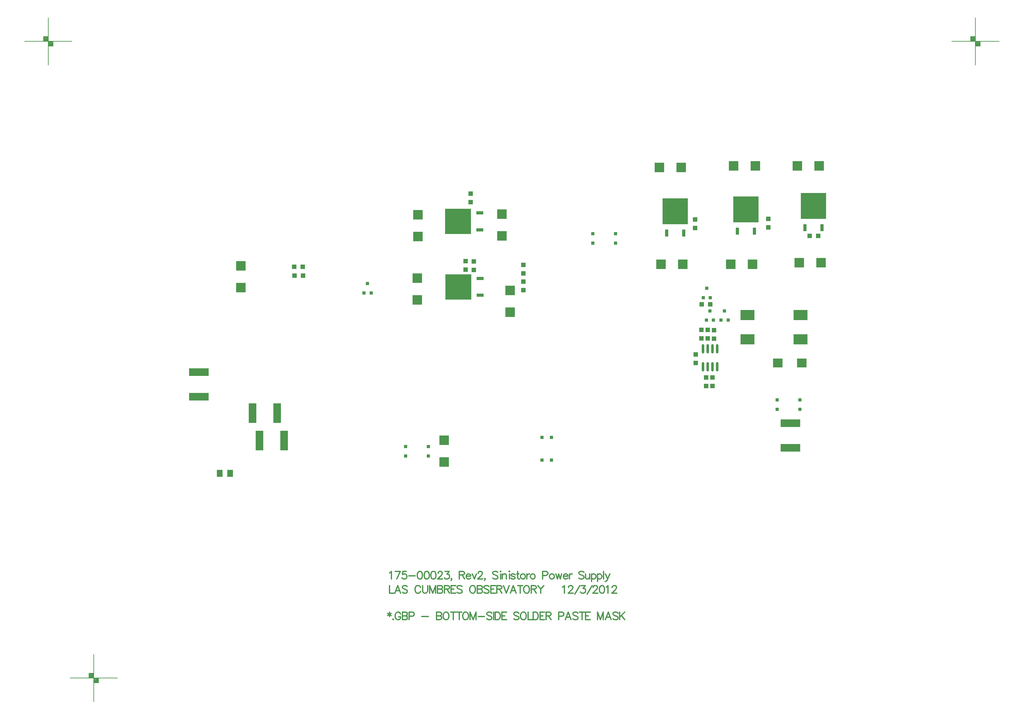
<source format=gbp>
%FSLAX23Y23*%
%MOIN*%
G70*
G01*
G75*
G04 Layer_Color=128*
%ADD10R,0.209X0.079*%
%ADD11R,0.050X0.050*%
%ADD12R,0.036X0.036*%
%ADD13R,0.059X0.039*%
%ADD14O,0.014X0.067*%
%ADD15O,0.024X0.079*%
%ADD16C,0.050*%
%ADD17C,0.010*%
%ADD18C,0.100*%
%ADD19C,0.025*%
%ADD20C,0.007*%
%ADD21C,0.012*%
%ADD22C,0.008*%
%ADD23C,0.012*%
%ADD24C,0.012*%
%ADD25C,0.020*%
%ADD26C,0.080*%
%ADD27R,0.059X0.059*%
%ADD28C,0.059*%
%ADD29C,0.065*%
%ADD30R,0.079X0.079*%
%ADD31C,0.079*%
%ADD32R,0.100X0.100*%
%ADD33C,0.100*%
%ADD34C,0.070*%
%ADD35R,0.100X0.100*%
%ADD36R,0.059X0.059*%
%ADD37R,0.079X0.079*%
%ADD38C,0.110*%
%ADD39R,0.110X0.110*%
%ADD40C,0.120*%
%ADD41R,0.120X0.120*%
%ADD42C,0.157*%
%ADD43C,0.024*%
%ADD44C,0.050*%
%ADD45C,0.020*%
%ADD46C,0.040*%
%ADD47C,0.005*%
%ADD48C,0.030*%
G04:AMPARAMS|DCode=49|XSize=112mil|YSize=112mil|CornerRadius=0mil|HoleSize=0mil|Usage=FLASHONLY|Rotation=0.000|XOffset=0mil|YOffset=0mil|HoleType=Round|Shape=Relief|Width=10mil|Gap=10mil|Entries=4|*
%AMTHD49*
7,0,0,0.112,0.092,0.010,45*
%
%ADD49THD49*%
%ADD50C,0.072*%
%ADD51C,0.055*%
G04:AMPARAMS|DCode=52|XSize=95.433mil|YSize=95.433mil|CornerRadius=0mil|HoleSize=0mil|Usage=FLASHONLY|Rotation=0.000|XOffset=0mil|YOffset=0mil|HoleType=Round|Shape=Relief|Width=10mil|Gap=10mil|Entries=4|*
%AMTHD52*
7,0,0,0.095,0.075,0.010,45*
%
%ADD52THD52*%
%ADD53C,0.170*%
%ADD54C,0.060*%
%ADD55C,0.067*%
G04:AMPARAMS|DCode=56|XSize=107.244mil|YSize=107.244mil|CornerRadius=0mil|HoleSize=0mil|Usage=FLASHONLY|Rotation=0.000|XOffset=0mil|YOffset=0mil|HoleType=Round|Shape=Relief|Width=10mil|Gap=10mil|Entries=4|*
%AMTHD56*
7,0,0,0.107,0.087,0.010,45*
%
%ADD56THD56*%
G04:AMPARAMS|DCode=57|XSize=120mil|YSize=120mil|CornerRadius=0mil|HoleSize=0mil|Usage=FLASHONLY|Rotation=0.000|XOffset=0mil|YOffset=0mil|HoleType=Round|Shape=Relief|Width=10mil|Gap=10mil|Entries=4|*
%AMTHD57*
7,0,0,0.120,0.100,0.010,45*
%
%ADD57THD57*%
G04:AMPARAMS|DCode=58|XSize=100mil|YSize=100mil|CornerRadius=0mil|HoleSize=0mil|Usage=FLASHONLY|Rotation=0.000|XOffset=0mil|YOffset=0mil|HoleType=Round|Shape=Relief|Width=10mil|Gap=10mil|Entries=4|*
%AMTHD58*
7,0,0,0.100,0.080,0.010,45*
%
%ADD58THD58*%
%ADD59C,0.059*%
%ADD60C,0.091*%
%ADD61C,0.090*%
%ADD62C,0.186*%
G04:AMPARAMS|DCode=63|XSize=88mil|YSize=88mil|CornerRadius=0mil|HoleSize=0mil|Usage=FLASHONLY|Rotation=0.000|XOffset=0mil|YOffset=0mil|HoleType=Round|Shape=Relief|Width=10mil|Gap=10mil|Entries=4|*
%AMTHD63*
7,0,0,0.088,0.068,0.010,45*
%
%ADD63THD63*%
%ADD64C,0.048*%
G04:AMPARAMS|DCode=65|XSize=70mil|YSize=70mil|CornerRadius=0mil|HoleSize=0mil|Usage=FLASHONLY|Rotation=0.000|XOffset=0mil|YOffset=0mil|HoleType=Round|Shape=Relief|Width=10mil|Gap=10mil|Entries=4|*
%AMTHD65*
7,0,0,0.070,0.050,0.010,45*
%
%ADD65THD65*%
%ADD66R,0.063X0.075*%
%ADD67R,0.079X0.209*%
%ADD68R,0.102X0.094*%
%ADD69R,0.268X0.272*%
%ADD70R,0.037X0.075*%
%ADD71R,0.150X0.106*%
%ADD72R,0.050X0.050*%
%ADD73R,0.036X0.032*%
%ADD74R,0.035X0.037*%
%ADD75R,0.035X0.037*%
%ADD76R,0.032X0.036*%
%ADD77R,0.272X0.268*%
%ADD78R,0.075X0.037*%
%ADD79O,0.028X0.098*%
%ADD80C,0.020*%
%ADD81C,0.010*%
%ADD82C,0.024*%
%ADD83C,0.010*%
%ADD84C,0.008*%
%ADD85C,0.030*%
%ADD86C,0.006*%
%ADD87C,0.007*%
%ADD88C,0.015*%
%ADD89R,0.043X0.008*%
%ADD90R,0.257X0.184*%
%ADD91R,0.213X0.083*%
%ADD92R,0.054X0.054*%
%ADD93R,0.040X0.040*%
%ADD94R,0.063X0.043*%
%ADD95O,0.018X0.071*%
%ADD96O,0.028X0.083*%
%ADD97C,0.084*%
%ADD98R,0.063X0.063*%
%ADD99C,0.063*%
%ADD100C,0.069*%
%ADD101R,0.083X0.083*%
%ADD102C,0.083*%
%ADD103R,0.104X0.104*%
%ADD104C,0.104*%
%ADD105C,0.074*%
%ADD106R,0.104X0.104*%
%ADD107R,0.063X0.063*%
%ADD108R,0.083X0.083*%
%ADD109C,0.114*%
%ADD110R,0.114X0.114*%
%ADD111C,0.124*%
%ADD112R,0.124X0.124*%
%ADD113C,0.161*%
%ADD114C,0.028*%
%ADD115C,0.054*%
%ADD116R,2.247X0.329*%
%ADD117R,0.067X0.079*%
%ADD118R,0.083X0.213*%
%ADD119R,0.106X0.098*%
%ADD120R,0.272X0.276*%
%ADD121R,0.041X0.079*%
%ADD122R,0.154X0.110*%
%ADD123R,0.054X0.054*%
%ADD124R,0.040X0.036*%
%ADD125R,0.039X0.041*%
%ADD126R,0.039X0.041*%
%ADD127R,0.036X0.040*%
%ADD128R,0.276X0.272*%
%ADD129R,0.079X0.041*%
%ADD130O,0.032X0.102*%
D10*
X24191Y16497D02*
D03*
Y16237D02*
D03*
X17943Y17038D02*
D03*
Y16778D02*
D03*
D11*
X23367Y16891D02*
D03*
Y16981D02*
D03*
X23300D02*
D03*
Y16891D02*
D03*
X23316Y17392D02*
D03*
Y17482D02*
D03*
X23191Y17225D02*
D03*
Y17135D02*
D03*
X23185Y18561D02*
D03*
Y18651D02*
D03*
X23956Y18568D02*
D03*
Y18658D02*
D03*
X20813Y18833D02*
D03*
Y18923D02*
D03*
X23383Y17481D02*
D03*
Y17391D02*
D03*
X23250Y17392D02*
D03*
Y17482D02*
D03*
X20759Y18119D02*
D03*
Y18209D02*
D03*
X21369Y17992D02*
D03*
Y17902D02*
D03*
X20847Y18208D02*
D03*
Y18118D02*
D03*
X21370Y18170D02*
D03*
Y18080D02*
D03*
D22*
X25895Y20535D02*
X26395D01*
X26145Y20285D02*
Y20785D01*
X26095Y20535D02*
Y20585D01*
X26145D01*
X26195Y20485D02*
Y20535D01*
X26145Y20485D02*
X26195D01*
X26150Y20530D02*
X26190D01*
Y20490D02*
Y20530D01*
X26150Y20490D02*
X26190D01*
X26150D02*
Y20530D01*
X26155Y20525D02*
X26185D01*
Y20495D02*
Y20525D01*
X26155Y20495D02*
X26185D01*
X26155D02*
Y20520D01*
X26160D02*
X26180D01*
Y20500D02*
Y20520D01*
X26160Y20500D02*
X26180D01*
X26160D02*
Y20515D01*
X26165D02*
X26175D01*
Y20505D02*
Y20515D01*
X26165Y20505D02*
X26175D01*
X26165D02*
Y20515D01*
Y20510D02*
X26175D01*
X26100Y20580D02*
X26140D01*
Y20540D02*
Y20580D01*
X26100Y20540D02*
X26140D01*
X26100D02*
Y20580D01*
X26105Y20575D02*
X26135D01*
Y20545D02*
Y20575D01*
X26105Y20545D02*
X26135D01*
X26105D02*
Y20570D01*
X26110D02*
X26130D01*
Y20550D02*
Y20570D01*
X26110Y20550D02*
X26130D01*
X26110D02*
Y20565D01*
X26115D02*
X26125D01*
Y20555D02*
Y20565D01*
X26115Y20555D02*
X26125D01*
X26115D02*
Y20565D01*
Y20560D02*
X26125D01*
X16105Y20535D02*
X16605D01*
X16355Y20285D02*
Y20785D01*
X16305Y20535D02*
Y20585D01*
X16355D01*
X16405Y20485D02*
Y20535D01*
X16355Y20485D02*
X16405D01*
X16360Y20530D02*
X16400D01*
Y20490D02*
Y20530D01*
X16360Y20490D02*
X16400D01*
X16360D02*
Y20530D01*
X16365Y20525D02*
X16395D01*
Y20495D02*
Y20525D01*
X16365Y20495D02*
X16395D01*
X16365D02*
Y20520D01*
X16370D02*
X16390D01*
Y20500D02*
Y20520D01*
X16370Y20500D02*
X16390D01*
X16370D02*
Y20515D01*
X16375D02*
X16385D01*
Y20505D02*
Y20515D01*
X16375Y20505D02*
X16385D01*
X16375D02*
Y20515D01*
Y20510D02*
X16385D01*
X16310Y20580D02*
X16350D01*
Y20540D02*
Y20580D01*
X16310Y20540D02*
X16350D01*
X16310D02*
Y20580D01*
X16315Y20575D02*
X16345D01*
Y20545D02*
Y20575D01*
X16315Y20545D02*
X16345D01*
X16315D02*
Y20570D01*
X16320D02*
X16340D01*
Y20550D02*
Y20570D01*
X16320Y20550D02*
X16340D01*
X16320D02*
Y20565D01*
X16325D02*
X16335D01*
Y20555D02*
Y20565D01*
X16325Y20555D02*
X16335D01*
X16325D02*
Y20565D01*
Y20560D02*
X16335D01*
X16582Y13805D02*
X17082D01*
X16832Y13555D02*
Y14055D01*
X16782Y13805D02*
Y13855D01*
X16832D01*
X16882Y13755D02*
Y13805D01*
X16832Y13755D02*
X16882D01*
X16837Y13800D02*
X16877D01*
Y13760D02*
Y13800D01*
X16837Y13760D02*
X16877D01*
X16837D02*
Y13800D01*
X16842Y13795D02*
X16872D01*
Y13765D02*
Y13795D01*
X16842Y13765D02*
X16872D01*
X16842D02*
Y13790D01*
X16847D02*
X16867D01*
Y13770D02*
Y13790D01*
X16847Y13770D02*
X16867D01*
X16847D02*
Y13785D01*
X16852D02*
X16862D01*
Y13775D02*
Y13785D01*
X16852Y13775D02*
X16862D01*
X16852D02*
Y13785D01*
Y13780D02*
X16862D01*
X16787Y13850D02*
X16827D01*
Y13810D02*
Y13850D01*
X16787Y13810D02*
X16827D01*
X16787D02*
Y13850D01*
X16792Y13845D02*
X16822D01*
Y13815D02*
Y13845D01*
X16792Y13815D02*
X16822D01*
X16792D02*
Y13840D01*
X16797D02*
X16817D01*
Y13820D02*
Y13840D01*
X16797Y13820D02*
X16817D01*
X16797D02*
Y13835D01*
X16802D02*
X16812D01*
Y13825D02*
Y13835D01*
X16802Y13825D02*
X16812D01*
X16802D02*
Y13835D01*
Y13830D02*
X16812D01*
D23*
X19958Y14780D02*
Y14700D01*
X20004D01*
X20073D02*
X20043Y14780D01*
X20013Y14700D01*
X20024Y14727D02*
X20062D01*
X20145Y14769D02*
X20138Y14776D01*
X20126Y14780D01*
X20111D01*
X20100Y14776D01*
X20092Y14769D01*
Y14761D01*
X20096Y14753D01*
X20100Y14750D01*
X20107Y14746D01*
X20130Y14738D01*
X20138Y14734D01*
X20142Y14731D01*
X20145Y14723D01*
Y14711D01*
X20138Y14704D01*
X20126Y14700D01*
X20111D01*
X20100Y14704D01*
X20092Y14711D01*
X20283Y14761D02*
X20280Y14769D01*
X20272Y14776D01*
X20264Y14780D01*
X20249D01*
X20241Y14776D01*
X20234Y14769D01*
X20230Y14761D01*
X20226Y14750D01*
Y14731D01*
X20230Y14719D01*
X20234Y14711D01*
X20241Y14704D01*
X20249Y14700D01*
X20264D01*
X20272Y14704D01*
X20280Y14711D01*
X20283Y14719D01*
X20306Y14780D02*
Y14723D01*
X20310Y14711D01*
X20317Y14704D01*
X20329Y14700D01*
X20336D01*
X20348Y14704D01*
X20355Y14711D01*
X20359Y14723D01*
Y14780D01*
X20381D02*
Y14700D01*
Y14780D02*
X20412Y14700D01*
X20442Y14780D02*
X20412Y14700D01*
X20442Y14780D02*
Y14700D01*
X20465Y14780D02*
Y14700D01*
Y14780D02*
X20499D01*
X20511Y14776D01*
X20515Y14772D01*
X20518Y14765D01*
Y14757D01*
X20515Y14750D01*
X20511Y14746D01*
X20499Y14742D01*
X20465D02*
X20499D01*
X20511Y14738D01*
X20515Y14734D01*
X20518Y14727D01*
Y14715D01*
X20515Y14708D01*
X20511Y14704D01*
X20499Y14700D01*
X20465D01*
X20536Y14780D02*
Y14700D01*
Y14780D02*
X20570D01*
X20582Y14776D01*
X20586Y14772D01*
X20590Y14765D01*
Y14757D01*
X20586Y14750D01*
X20582Y14746D01*
X20570Y14742D01*
X20536D01*
X20563D02*
X20590Y14700D01*
X20657Y14780D02*
X20607D01*
Y14700D01*
X20657D01*
X20607Y14742D02*
X20638D01*
X20724Y14769D02*
X20716Y14776D01*
X20705Y14780D01*
X20689D01*
X20678Y14776D01*
X20670Y14769D01*
Y14761D01*
X20674Y14753D01*
X20678Y14750D01*
X20686Y14746D01*
X20708Y14738D01*
X20716Y14734D01*
X20720Y14731D01*
X20724Y14723D01*
Y14711D01*
X20716Y14704D01*
X20705Y14700D01*
X20689D01*
X20678Y14704D01*
X20670Y14711D01*
X20827Y14780D02*
X20820Y14776D01*
X20812Y14769D01*
X20808Y14761D01*
X20804Y14750D01*
Y14731D01*
X20808Y14719D01*
X20812Y14711D01*
X20820Y14704D01*
X20827Y14700D01*
X20842D01*
X20850Y14704D01*
X20858Y14711D01*
X20861Y14719D01*
X20865Y14731D01*
Y14750D01*
X20861Y14761D01*
X20858Y14769D01*
X20850Y14776D01*
X20842Y14780D01*
X20827D01*
X20884D02*
Y14700D01*
Y14780D02*
X20918D01*
X20930Y14776D01*
X20933Y14772D01*
X20937Y14765D01*
Y14757D01*
X20933Y14750D01*
X20930Y14746D01*
X20918Y14742D01*
X20884D02*
X20918D01*
X20930Y14738D01*
X20933Y14734D01*
X20937Y14727D01*
Y14715D01*
X20933Y14708D01*
X20930Y14704D01*
X20918Y14700D01*
X20884D01*
X21008Y14769D02*
X21001Y14776D01*
X20989Y14780D01*
X20974D01*
X20963Y14776D01*
X20955Y14769D01*
Y14761D01*
X20959Y14753D01*
X20963Y14750D01*
X20970Y14746D01*
X20993Y14738D01*
X21001Y14734D01*
X21005Y14731D01*
X21008Y14723D01*
Y14711D01*
X21001Y14704D01*
X20989Y14700D01*
X20974D01*
X20963Y14704D01*
X20955Y14711D01*
X21076Y14780D02*
X21026D01*
Y14700D01*
X21076D01*
X21026Y14742D02*
X21057D01*
X21089Y14780D02*
Y14700D01*
Y14780D02*
X21124D01*
X21135Y14776D01*
X21139Y14772D01*
X21143Y14765D01*
Y14757D01*
X21139Y14750D01*
X21135Y14746D01*
X21124Y14742D01*
X21089D01*
X21116D02*
X21143Y14700D01*
X21160Y14780D02*
X21191Y14700D01*
X21221Y14780D02*
X21191Y14700D01*
X21293D02*
X21262Y14780D01*
X21232Y14700D01*
X21243Y14727D02*
X21281D01*
X21338Y14780D02*
Y14700D01*
X21311Y14780D02*
X21365D01*
X21397D02*
X21389Y14776D01*
X21382Y14769D01*
X21378Y14761D01*
X21374Y14750D01*
Y14731D01*
X21378Y14719D01*
X21382Y14711D01*
X21389Y14704D01*
X21397Y14700D01*
X21412D01*
X21420Y14704D01*
X21427Y14711D01*
X21431Y14719D01*
X21435Y14731D01*
Y14750D01*
X21431Y14761D01*
X21427Y14769D01*
X21420Y14776D01*
X21412Y14780D01*
X21397D01*
X21454D02*
Y14700D01*
Y14780D02*
X21488D01*
X21499Y14776D01*
X21503Y14772D01*
X21507Y14765D01*
Y14757D01*
X21503Y14750D01*
X21499Y14746D01*
X21488Y14742D01*
X21454D01*
X21480D02*
X21507Y14700D01*
X21525Y14780D02*
X21555Y14742D01*
Y14700D01*
X21586Y14780D02*
X21555Y14742D01*
X21785Y14765D02*
X21792Y14769D01*
X21804Y14780D01*
Y14700D01*
X21847Y14761D02*
Y14765D01*
X21851Y14772D01*
X21855Y14776D01*
X21862Y14780D01*
X21878D01*
X21885Y14776D01*
X21889Y14772D01*
X21893Y14765D01*
Y14757D01*
X21889Y14750D01*
X21881Y14738D01*
X21843Y14700D01*
X21897D01*
X21915Y14689D02*
X21968Y14780D01*
X21981D02*
X22023D01*
X22000Y14750D01*
X22011D01*
X22019Y14746D01*
X22023Y14742D01*
X22027Y14731D01*
Y14723D01*
X22023Y14711D01*
X22015Y14704D01*
X22004Y14700D01*
X21992D01*
X21981Y14704D01*
X21977Y14708D01*
X21973Y14715D01*
X22044Y14689D02*
X22098Y14780D01*
X22107Y14761D02*
Y14765D01*
X22111Y14772D01*
X22115Y14776D01*
X22122Y14780D01*
X22137D01*
X22145Y14776D01*
X22149Y14772D01*
X22153Y14765D01*
Y14757D01*
X22149Y14750D01*
X22141Y14738D01*
X22103Y14700D01*
X22156D01*
X22197Y14780D02*
X22186Y14776D01*
X22178Y14765D01*
X22174Y14746D01*
Y14734D01*
X22178Y14715D01*
X22186Y14704D01*
X22197Y14700D01*
X22205D01*
X22216Y14704D01*
X22224Y14715D01*
X22228Y14734D01*
Y14746D01*
X22224Y14765D01*
X22216Y14776D01*
X22205Y14780D01*
X22197D01*
X22246Y14765D02*
X22253Y14769D01*
X22265Y14780D01*
Y14700D01*
X22308Y14761D02*
Y14765D01*
X22312Y14772D01*
X22316Y14776D01*
X22323Y14780D01*
X22338D01*
X22346Y14776D01*
X22350Y14772D01*
X22354Y14765D01*
Y14757D01*
X22350Y14750D01*
X22342Y14738D01*
X22304Y14700D01*
X22358D01*
D24*
X19956Y14499D02*
Y14454D01*
X19937Y14488D02*
X19975Y14465D01*
Y14488D02*
X19937Y14465D01*
X19995Y14427D02*
X19991Y14423D01*
X19995Y14419D01*
X19999Y14423D01*
X19995Y14427D01*
X20074Y14480D02*
X20070Y14488D01*
X20062Y14496D01*
X20055Y14499D01*
X20039D01*
X20032Y14496D01*
X20024Y14488D01*
X20020Y14480D01*
X20017Y14469D01*
Y14450D01*
X20020Y14439D01*
X20024Y14431D01*
X20032Y14423D01*
X20039Y14419D01*
X20055D01*
X20062Y14423D01*
X20070Y14431D01*
X20074Y14439D01*
Y14450D01*
X20055D02*
X20074D01*
X20092Y14499D02*
Y14419D01*
Y14499D02*
X20126D01*
X20138Y14496D01*
X20142Y14492D01*
X20145Y14484D01*
Y14477D01*
X20142Y14469D01*
X20138Y14465D01*
X20126Y14461D01*
X20092D02*
X20126D01*
X20138Y14458D01*
X20142Y14454D01*
X20145Y14446D01*
Y14435D01*
X20142Y14427D01*
X20138Y14423D01*
X20126Y14419D01*
X20092D01*
X20163Y14458D02*
X20198D01*
X20209Y14461D01*
X20213Y14465D01*
X20217Y14473D01*
Y14484D01*
X20213Y14492D01*
X20209Y14496D01*
X20198Y14499D01*
X20163D01*
Y14419D01*
X20297Y14454D02*
X20366D01*
X20452Y14499D02*
Y14419D01*
Y14499D02*
X20487D01*
X20498Y14496D01*
X20502Y14492D01*
X20506Y14484D01*
Y14477D01*
X20502Y14469D01*
X20498Y14465D01*
X20487Y14461D01*
X20452D02*
X20487D01*
X20498Y14458D01*
X20502Y14454D01*
X20506Y14446D01*
Y14435D01*
X20502Y14427D01*
X20498Y14423D01*
X20487Y14419D01*
X20452D01*
X20546Y14499D02*
X20539Y14496D01*
X20531Y14488D01*
X20527Y14480D01*
X20524Y14469D01*
Y14450D01*
X20527Y14439D01*
X20531Y14431D01*
X20539Y14423D01*
X20546Y14419D01*
X20562D01*
X20569Y14423D01*
X20577Y14431D01*
X20581Y14439D01*
X20584Y14450D01*
Y14469D01*
X20581Y14480D01*
X20577Y14488D01*
X20569Y14496D01*
X20562Y14499D01*
X20546D01*
X20630D02*
Y14419D01*
X20603Y14499D02*
X20656D01*
X20693D02*
Y14419D01*
X20666Y14499D02*
X20719D01*
X20752D02*
X20744Y14496D01*
X20736Y14488D01*
X20733Y14480D01*
X20729Y14469D01*
Y14450D01*
X20733Y14439D01*
X20736Y14431D01*
X20744Y14423D01*
X20752Y14419D01*
X20767D01*
X20775Y14423D01*
X20782Y14431D01*
X20786Y14439D01*
X20790Y14450D01*
Y14469D01*
X20786Y14480D01*
X20782Y14488D01*
X20775Y14496D01*
X20767Y14499D01*
X20752D01*
X20808D02*
Y14419D01*
Y14499D02*
X20839Y14419D01*
X20869Y14499D02*
X20839Y14419D01*
X20869Y14499D02*
Y14419D01*
X20892Y14454D02*
X20961D01*
X21038Y14488D02*
X21030Y14496D01*
X21019Y14499D01*
X21003D01*
X20992Y14496D01*
X20984Y14488D01*
Y14480D01*
X20988Y14473D01*
X20992Y14469D01*
X21000Y14465D01*
X21022Y14458D01*
X21030Y14454D01*
X21034Y14450D01*
X21038Y14442D01*
Y14431D01*
X21030Y14423D01*
X21019Y14419D01*
X21003D01*
X20992Y14423D01*
X20984Y14431D01*
X21056Y14499D02*
Y14419D01*
X21072Y14499D02*
Y14419D01*
Y14499D02*
X21099D01*
X21110Y14496D01*
X21118Y14488D01*
X21122Y14480D01*
X21126Y14469D01*
Y14450D01*
X21122Y14439D01*
X21118Y14431D01*
X21110Y14423D01*
X21099Y14419D01*
X21072D01*
X21193Y14499D02*
X21144D01*
Y14419D01*
X21193D01*
X21144Y14461D02*
X21174D01*
X21323Y14488D02*
X21315Y14496D01*
X21304Y14499D01*
X21288D01*
X21277Y14496D01*
X21269Y14488D01*
Y14480D01*
X21273Y14473D01*
X21277Y14469D01*
X21285Y14465D01*
X21307Y14458D01*
X21315Y14454D01*
X21319Y14450D01*
X21323Y14442D01*
Y14431D01*
X21315Y14423D01*
X21304Y14419D01*
X21288D01*
X21277Y14423D01*
X21269Y14431D01*
X21363Y14499D02*
X21356Y14496D01*
X21348Y14488D01*
X21344Y14480D01*
X21341Y14469D01*
Y14450D01*
X21344Y14439D01*
X21348Y14431D01*
X21356Y14423D01*
X21363Y14419D01*
X21379D01*
X21386Y14423D01*
X21394Y14431D01*
X21398Y14439D01*
X21401Y14450D01*
Y14469D01*
X21398Y14480D01*
X21394Y14488D01*
X21386Y14496D01*
X21379Y14499D01*
X21363D01*
X21420D02*
Y14419D01*
X21466D01*
X21475Y14499D02*
Y14419D01*
Y14499D02*
X21501D01*
X21513Y14496D01*
X21520Y14488D01*
X21524Y14480D01*
X21528Y14469D01*
Y14450D01*
X21524Y14439D01*
X21520Y14431D01*
X21513Y14423D01*
X21501Y14419D01*
X21475D01*
X21595Y14499D02*
X21546D01*
Y14419D01*
X21595D01*
X21546Y14461D02*
X21576D01*
X21609Y14499D02*
Y14419D01*
Y14499D02*
X21643D01*
X21654Y14496D01*
X21658Y14492D01*
X21662Y14484D01*
Y14477D01*
X21658Y14469D01*
X21654Y14465D01*
X21643Y14461D01*
X21609D01*
X21635D02*
X21662Y14419D01*
X21743Y14458D02*
X21777D01*
X21788Y14461D01*
X21792Y14465D01*
X21796Y14473D01*
Y14484D01*
X21792Y14492D01*
X21788Y14496D01*
X21777Y14499D01*
X21743D01*
Y14419D01*
X21875D02*
X21844Y14499D01*
X21814Y14419D01*
X21825Y14446D02*
X21863D01*
X21947Y14488D02*
X21939Y14496D01*
X21928Y14499D01*
X21913D01*
X21901Y14496D01*
X21894Y14488D01*
Y14480D01*
X21897Y14473D01*
X21901Y14469D01*
X21909Y14465D01*
X21932Y14458D01*
X21939Y14454D01*
X21943Y14450D01*
X21947Y14442D01*
Y14431D01*
X21939Y14423D01*
X21928Y14419D01*
X21913D01*
X21901Y14423D01*
X21894Y14431D01*
X21991Y14499D02*
Y14419D01*
X21965Y14499D02*
X22018D01*
X22077D02*
X22028D01*
Y14419D01*
X22077D01*
X22028Y14461D02*
X22058D01*
X22153Y14499D02*
Y14419D01*
Y14499D02*
X22184Y14419D01*
X22214Y14499D02*
X22184Y14419D01*
X22214Y14499D02*
Y14419D01*
X22298D02*
X22268Y14499D01*
X22237Y14419D01*
X22249Y14446D02*
X22287D01*
X22370Y14488D02*
X22362Y14496D01*
X22351Y14499D01*
X22336D01*
X22324Y14496D01*
X22317Y14488D01*
Y14480D01*
X22321Y14473D01*
X22324Y14469D01*
X22332Y14465D01*
X22355Y14458D01*
X22362Y14454D01*
X22366Y14450D01*
X22370Y14442D01*
Y14431D01*
X22362Y14423D01*
X22351Y14419D01*
X22336D01*
X22324Y14423D01*
X22317Y14431D01*
X22388Y14499D02*
Y14419D01*
X22441Y14499D02*
X22388Y14446D01*
X22407Y14465D02*
X22441Y14419D01*
X19958Y14915D02*
X19966Y14919D01*
X19977Y14930D01*
Y14850D01*
X20070Y14930D02*
X20032Y14850D01*
X20017Y14930D02*
X20070D01*
X20134D02*
X20096D01*
X20092Y14896D01*
X20096Y14900D01*
X20107Y14903D01*
X20118D01*
X20130Y14900D01*
X20137Y14892D01*
X20141Y14881D01*
Y14873D01*
X20137Y14861D01*
X20130Y14854D01*
X20118Y14850D01*
X20107D01*
X20096Y14854D01*
X20092Y14858D01*
X20088Y14865D01*
X20159Y14884D02*
X20228D01*
X20274Y14930D02*
X20263Y14926D01*
X20255Y14915D01*
X20251Y14896D01*
Y14884D01*
X20255Y14865D01*
X20263Y14854D01*
X20274Y14850D01*
X20282D01*
X20293Y14854D01*
X20301Y14865D01*
X20305Y14884D01*
Y14896D01*
X20301Y14915D01*
X20293Y14926D01*
X20282Y14930D01*
X20274D01*
X20345D02*
X20334Y14926D01*
X20326Y14915D01*
X20323Y14896D01*
Y14884D01*
X20326Y14865D01*
X20334Y14854D01*
X20345Y14850D01*
X20353D01*
X20364Y14854D01*
X20372Y14865D01*
X20376Y14884D01*
Y14896D01*
X20372Y14915D01*
X20364Y14926D01*
X20353Y14930D01*
X20345D01*
X20417D02*
X20405Y14926D01*
X20398Y14915D01*
X20394Y14896D01*
Y14884D01*
X20398Y14865D01*
X20405Y14854D01*
X20417Y14850D01*
X20424D01*
X20436Y14854D01*
X20443Y14865D01*
X20447Y14884D01*
Y14896D01*
X20443Y14915D01*
X20436Y14926D01*
X20424Y14930D01*
X20417D01*
X20469Y14911D02*
Y14915D01*
X20473Y14922D01*
X20476Y14926D01*
X20484Y14930D01*
X20499D01*
X20507Y14926D01*
X20511Y14922D01*
X20515Y14915D01*
Y14907D01*
X20511Y14900D01*
X20503Y14888D01*
X20465Y14850D01*
X20518D01*
X20544Y14930D02*
X20586D01*
X20563Y14900D01*
X20574D01*
X20582Y14896D01*
X20586Y14892D01*
X20590Y14881D01*
Y14873D01*
X20586Y14861D01*
X20578Y14854D01*
X20567Y14850D01*
X20555D01*
X20544Y14854D01*
X20540Y14858D01*
X20536Y14865D01*
X20615Y14854D02*
X20611Y14850D01*
X20607Y14854D01*
X20611Y14858D01*
X20615Y14854D01*
Y14846D01*
X20611Y14839D01*
X20607Y14835D01*
X20695Y14930D02*
Y14850D01*
Y14930D02*
X20730D01*
X20741Y14926D01*
X20745Y14922D01*
X20749Y14915D01*
Y14907D01*
X20745Y14900D01*
X20741Y14896D01*
X20730Y14892D01*
X20695D01*
X20722D02*
X20749Y14850D01*
X20767Y14881D02*
X20812D01*
Y14888D01*
X20809Y14896D01*
X20805Y14900D01*
X20797Y14903D01*
X20786D01*
X20778Y14900D01*
X20770Y14892D01*
X20767Y14881D01*
Y14873D01*
X20770Y14861D01*
X20778Y14854D01*
X20786Y14850D01*
X20797D01*
X20805Y14854D01*
X20812Y14861D01*
X20829Y14903D02*
X20852Y14850D01*
X20875Y14903D02*
X20852Y14850D01*
X20892Y14911D02*
Y14915D01*
X20896Y14922D01*
X20900Y14926D01*
X20907Y14930D01*
X20922D01*
X20930Y14926D01*
X20934Y14922D01*
X20938Y14915D01*
Y14907D01*
X20934Y14900D01*
X20926Y14888D01*
X20888Y14850D01*
X20941D01*
X20967Y14854D02*
X20963Y14850D01*
X20959Y14854D01*
X20963Y14858D01*
X20967Y14854D01*
Y14846D01*
X20963Y14839D01*
X20959Y14835D01*
X21101Y14919D02*
X21093Y14926D01*
X21082Y14930D01*
X21066D01*
X21055Y14926D01*
X21047Y14919D01*
Y14911D01*
X21051Y14903D01*
X21055Y14900D01*
X21063Y14896D01*
X21085Y14888D01*
X21093Y14884D01*
X21097Y14881D01*
X21101Y14873D01*
Y14861D01*
X21093Y14854D01*
X21082Y14850D01*
X21066D01*
X21055Y14854D01*
X21047Y14861D01*
X21126Y14930D02*
X21130Y14926D01*
X21134Y14930D01*
X21130Y14934D01*
X21126Y14930D01*
X21130Y14903D02*
Y14850D01*
X21148Y14903D02*
Y14850D01*
Y14888D02*
X21159Y14900D01*
X21167Y14903D01*
X21178D01*
X21186Y14900D01*
X21190Y14888D01*
Y14850D01*
X21218Y14930D02*
X21222Y14926D01*
X21226Y14930D01*
X21222Y14934D01*
X21218Y14930D01*
X21222Y14903D02*
Y14850D01*
X21282Y14892D02*
X21278Y14900D01*
X21267Y14903D01*
X21255D01*
X21244Y14900D01*
X21240Y14892D01*
X21244Y14884D01*
X21251Y14881D01*
X21271Y14877D01*
X21278Y14873D01*
X21282Y14865D01*
Y14861D01*
X21278Y14854D01*
X21267Y14850D01*
X21255D01*
X21244Y14854D01*
X21240Y14861D01*
X21310Y14930D02*
Y14865D01*
X21314Y14854D01*
X21322Y14850D01*
X21329D01*
X21299Y14903D02*
X21325D01*
X21360D02*
X21352Y14900D01*
X21344Y14892D01*
X21341Y14881D01*
Y14873D01*
X21344Y14861D01*
X21352Y14854D01*
X21360Y14850D01*
X21371D01*
X21379Y14854D01*
X21386Y14861D01*
X21390Y14873D01*
Y14881D01*
X21386Y14892D01*
X21379Y14900D01*
X21371Y14903D01*
X21360D01*
X21408D02*
Y14850D01*
Y14881D02*
X21411Y14892D01*
X21419Y14900D01*
X21427Y14903D01*
X21438D01*
X21464D02*
X21457Y14900D01*
X21449Y14892D01*
X21445Y14881D01*
Y14873D01*
X21449Y14861D01*
X21457Y14854D01*
X21464Y14850D01*
X21476D01*
X21483Y14854D01*
X21491Y14861D01*
X21495Y14873D01*
Y14881D01*
X21491Y14892D01*
X21483Y14900D01*
X21476Y14903D01*
X21464D01*
X21575Y14888D02*
X21610D01*
X21621Y14892D01*
X21625Y14896D01*
X21629Y14903D01*
Y14915D01*
X21625Y14922D01*
X21621Y14926D01*
X21610Y14930D01*
X21575D01*
Y14850D01*
X21665Y14903D02*
X21658Y14900D01*
X21650Y14892D01*
X21646Y14881D01*
Y14873D01*
X21650Y14861D01*
X21658Y14854D01*
X21665Y14850D01*
X21677D01*
X21685Y14854D01*
X21692Y14861D01*
X21696Y14873D01*
Y14881D01*
X21692Y14892D01*
X21685Y14900D01*
X21677Y14903D01*
X21665D01*
X21713D02*
X21729Y14850D01*
X21744Y14903D02*
X21729Y14850D01*
X21744Y14903D02*
X21759Y14850D01*
X21774Y14903D02*
X21759Y14850D01*
X21793Y14881D02*
X21839D01*
Y14888D01*
X21835Y14896D01*
X21831Y14900D01*
X21824Y14903D01*
X21812D01*
X21805Y14900D01*
X21797Y14892D01*
X21793Y14881D01*
Y14873D01*
X21797Y14861D01*
X21805Y14854D01*
X21812Y14850D01*
X21824D01*
X21831Y14854D01*
X21839Y14861D01*
X21856Y14903D02*
Y14850D01*
Y14881D02*
X21860Y14892D01*
X21867Y14900D01*
X21875Y14903D01*
X21886D01*
X22010Y14919D02*
X22002Y14926D01*
X21991Y14930D01*
X21976D01*
X21964Y14926D01*
X21956Y14919D01*
Y14911D01*
X21960Y14903D01*
X21964Y14900D01*
X21972Y14896D01*
X21995Y14888D01*
X22002Y14884D01*
X22006Y14881D01*
X22010Y14873D01*
Y14861D01*
X22002Y14854D01*
X21991Y14850D01*
X21976D01*
X21964Y14854D01*
X21956Y14861D01*
X22028Y14903D02*
Y14865D01*
X22032Y14854D01*
X22039Y14850D01*
X22051D01*
X22058Y14854D01*
X22070Y14865D01*
Y14903D02*
Y14850D01*
X22091Y14903D02*
Y14823D01*
Y14892D02*
X22098Y14900D01*
X22106Y14903D01*
X22117D01*
X22125Y14900D01*
X22132Y14892D01*
X22136Y14881D01*
Y14873D01*
X22132Y14861D01*
X22125Y14854D01*
X22117Y14850D01*
X22106D01*
X22098Y14854D01*
X22091Y14861D01*
X22153Y14903D02*
Y14823D01*
Y14892D02*
X22161Y14900D01*
X22169Y14903D01*
X22180D01*
X22188Y14900D01*
X22195Y14892D01*
X22199Y14881D01*
Y14873D01*
X22195Y14861D01*
X22188Y14854D01*
X22180Y14850D01*
X22169D01*
X22161Y14854D01*
X22153Y14861D01*
X22216Y14930D02*
Y14850D01*
X22237Y14903D02*
X22260Y14850D01*
X22283Y14903D02*
X22260Y14850D01*
X22252Y14835D01*
X22244Y14827D01*
X22237Y14823D01*
X22233D01*
D32*
X22807Y19201D02*
D03*
X23037D02*
D03*
X23054Y18176D02*
D03*
X22824D02*
D03*
X23589Y19218D02*
D03*
X23819D02*
D03*
X23791Y18176D02*
D03*
X23561D02*
D03*
X24265Y19218D02*
D03*
X24495D02*
D03*
X24284Y18193D02*
D03*
X24514D02*
D03*
D35*
X20256Y18471D02*
D03*
Y18701D02*
D03*
X21142Y18478D02*
D03*
Y18708D02*
D03*
X20249Y17799D02*
D03*
Y18029D02*
D03*
X21229Y17671D02*
D03*
Y17901D02*
D03*
X20532Y16088D02*
D03*
Y16318D02*
D03*
X18386Y18160D02*
D03*
Y17930D02*
D03*
D66*
X18162Y15968D02*
D03*
X18272D02*
D03*
D67*
X18770Y16605D02*
D03*
X18510D02*
D03*
X18845Y16314D02*
D03*
X18585D02*
D03*
D68*
X24310Y17135D02*
D03*
X24058D02*
D03*
D69*
X24433Y18792D02*
D03*
X22973Y18738D02*
D03*
X23721Y18758D02*
D03*
D70*
X24343Y18562D02*
D03*
X24523D02*
D03*
X22883Y18508D02*
D03*
X23063D02*
D03*
X23631Y18528D02*
D03*
X23811D02*
D03*
D71*
X23737Y17385D02*
D03*
Y17641D02*
D03*
X24297D02*
D03*
Y17385D02*
D03*
D72*
X24392Y18476D02*
D03*
X24482D02*
D03*
X23343Y17755D02*
D03*
X23253D02*
D03*
X19042Y18056D02*
D03*
X18952D02*
D03*
X18950Y18150D02*
D03*
X19040D02*
D03*
D73*
X20366Y16151D02*
D03*
Y16251D02*
D03*
X20126D02*
D03*
X20126Y16151D02*
D03*
X22104Y18501D02*
D03*
Y18401D02*
D03*
X22344D02*
D03*
X22344Y18501D02*
D03*
X24049Y16742D02*
D03*
Y16642D02*
D03*
X24289D02*
D03*
X24289Y16742D02*
D03*
D74*
X19762Y17875D02*
D03*
X19724Y17973D02*
D03*
X23343Y17824D02*
D03*
X23306Y17923D02*
D03*
X23378Y17586D02*
D03*
X23340Y17684D02*
D03*
X23533Y17586D02*
D03*
X23495Y17684D02*
D03*
D75*
X19687Y17875D02*
D03*
X23269Y17824D02*
D03*
X23303Y17586D02*
D03*
X23458D02*
D03*
D76*
X21666Y16347D02*
D03*
X21566D02*
D03*
Y16107D02*
D03*
X21666Y16107D02*
D03*
D77*
X20681Y18631D02*
D03*
X20682Y17938D02*
D03*
D78*
X20911Y18541D02*
D03*
Y18720D02*
D03*
X20912Y17849D02*
D03*
Y18028D02*
D03*
D79*
X23416Y17092D02*
D03*
X23366D02*
D03*
X23316D02*
D03*
X23266D02*
D03*
X23416Y17285D02*
D03*
X23366D02*
D03*
X23316D02*
D03*
X23266D02*
D03*
M02*

</source>
